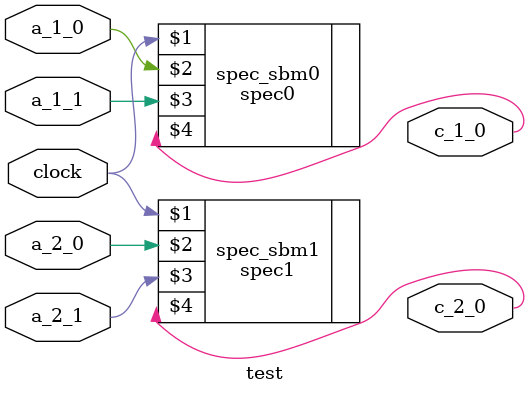
<source format=v>
module test(
clock,a_1_0,a_1_1,a_2_0,a_2_1,c_1_0,c_2_0);
input clock,a_1_0,a_1_1,a_2_0,a_2_1;
output c_1_0,c_2_0;
spec0 spec_sbm0(clock, a_1_0,a_1_1,c_1_0);
spec1 spec_sbm1(clock, a_2_0,a_2_1,c_2_0);
endmodule

</source>
